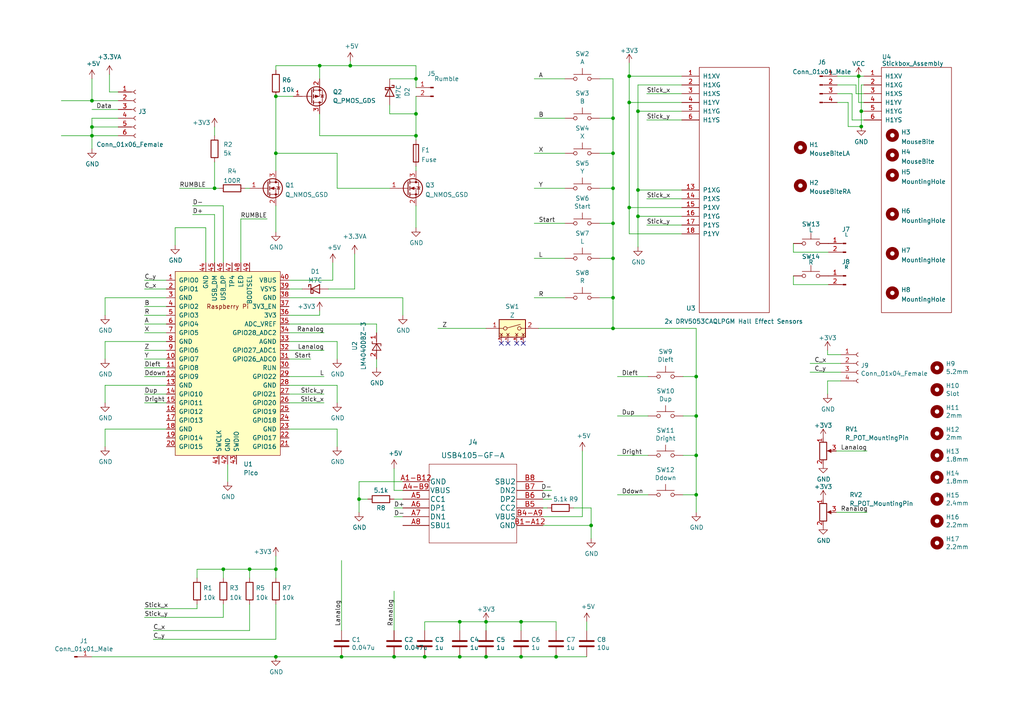
<source format=kicad_sch>
(kicad_sch (version 20211123) (generator eeschema)
  (paper "A4")
  (lib_symbols
    (symbol "2022-05-05_07-14-33:USB4105-GF-A" (pin_names (offset 0.254))
      (property "Reference" "J" (at 20.32 10.16 0))
      (property "Value" "USB4105-GF-A" (at 20.32 7.62 0))
      (symbol "USB4105-GF-A_1_1"
        (pin power_in line (at 0 0 0) (length 7.62) (name "GND") (number "A1-B12"))
        (pin power_in line (at 0 -2.54 0) (length 7.62) (name "VBUS") (number "A4-B9"))
        (pin bidirectional line (at 0 -5.08 0) (length 7.62) (name "CC1") (number "A5"))
        (pin bidirectional line (at 0 -7.62 0) (length 7.62) (name "DP1") (number "A6"))
        (pin bidirectional line (at 0 -10.16 0) (length 7.62) (name "DN1") (number "A7"))
        (pin bidirectional line (at 0 -12.7 0) (length 7.62) (name "SBU1") (number "A8"))
        (pin power_in line (at 40.64 -12.7 180) (length 7.62) (name "GND") (number "B1-A12"))
        (pin power_in line (at 40.64 -10.16 180) (length 7.62) (name "VBUS") (number "B4-A9"))
        (pin bidirectional line (at 40.64 -7.62 180) (length 7.62) (name "CC2") (number "B5"))
        (pin bidirectional line (at 40.64 -5.08 180) (length 7.62) (name "DP2") (number "B6"))
        (pin bidirectional line (at 40.64 -2.54 180) (length 7.62) (name "DN2") (number "B7"))
        (pin bidirectional line (at 40.64 0 180) (length 7.62) (name "SBU2") (number "B8"))
      )
    )
    (symbol "Connector:Conn_01x01_Male" (pin_names (offset 1.016) hide)
      (property "Reference" "J" (at 0 2.54 0))
      (property "Value" "Conn_01x01_Male" (at 0 -2.54 0))
      (symbol "Conn_01x01_Male_1_1"
        (pin passive line (at 5.08 0 180) (length 3.81) (name "Pin_1") (number "1"))
      )
    )
    (symbol "Connector:Conn_01x02_Male" (pin_names (offset 1.016) hide)
      (property "Reference" "J" (at 0 2.54 0))
      (property "Value" "Conn_01x02_Male" (at 0 -5.08 0))
      (symbol "Conn_01x02_Male_1_1"
        (pin passive line (at 5.08 0 180) (length 3.81) (name "Pin_1") (number "1"))
        (pin passive line (at 5.08 -2.54 180) (length 3.81) (name "Pin_2") (number "2"))
      )
    )
    (symbol "Connector:Conn_01x04_Female" (pin_names (offset 1.016) hide)
      (property "Reference" "J" (at 0 5.08 0))
      (property "Value" "Conn_01x04_Female" (at 0 -7.62 0))
      (symbol "Conn_01x04_Female_1_1"
        (pin passive line (at -5.08 2.54 0) (length 3.81) (name "Pin_1") (number "1"))
        (pin passive line (at -5.08 0 0) (length 3.81) (name "Pin_2") (number "2"))
        (pin passive line (at -5.08 -2.54 0) (length 3.81) (name "Pin_3") (number "3"))
        (pin passive line (at -5.08 -5.08 0) (length 3.81) (name "Pin_4") (number "4"))
      )
    )
    (symbol "Connector:Conn_01x04_Male" (pin_names (offset 1.016) hide)
      (property "Reference" "J" (at 0 5.08 0))
      (property "Value" "Conn_01x04_Male" (at 0 -7.62 0))
      (symbol "Conn_01x04_Male_1_1"
        (pin passive line (at 5.08 2.54 180) (length 3.81) (name "Pin_1") (number "1"))
        (pin passive line (at 5.08 0 180) (length 3.81) (name "Pin_2") (number "2"))
        (pin passive line (at 5.08 -2.54 180) (length 3.81) (name "Pin_3") (number "3"))
        (pin passive line (at 5.08 -5.08 180) (length 3.81) (name "Pin_4") (number "4"))
      )
    )
    (symbol "Connector:Conn_01x06_Female" (pin_names (offset 1.016) hide)
      (property "Reference" "J" (at 0 7.62 0))
      (property "Value" "Conn_01x06_Female" (at 0 -10.16 0))
      (symbol "Conn_01x06_Female_1_1"
        (pin passive line (at -5.08 5.08 0) (length 3.81) (name "Pin_1") (number "1"))
        (pin passive line (at -5.08 2.54 0) (length 3.81) (name "Pin_2") (number "2"))
        (pin passive line (at -5.08 0 0) (length 3.81) (name "Pin_3") (number "3"))
        (pin passive line (at -5.08 -2.54 0) (length 3.81) (name "Pin_4") (number "4"))
        (pin passive line (at -5.08 -5.08 0) (length 3.81) (name "Pin_5") (number "5"))
        (pin passive line (at -5.08 -7.62 0) (length 3.81) (name "Pin_6") (number "6"))
      )
    )
    (symbol "Device:C" (pin_numbers hide) (pin_names (offset 0.254))
      (property "Reference" "C" (at 0.635 2.54 0))
      (property "Value" "C" (at 0.635 -2.54 0))
      (symbol "C_1_1"
        (pin passive line (at 0 3.81 270) (length 2.794) (name "~") (number "1"))
        (pin passive line (at 0 -3.81 90) (length 2.794) (name "~") (number "2"))
      )
    )
    (symbol "Device:D_Schottky" (pin_numbers hide) (pin_names (offset 1.016) hide)
      (property "Reference" "D" (at 0 2.54 0))
      (property "Value" "D_Schottky" (at 0 -2.54 0))
      (symbol "D_Schottky_1_1"
        (pin passive line (at -3.81 0 0) (length 2.54) (name "K") (number "1"))
        (pin passive line (at 3.81 0 180) (length 2.54) (name "A") (number "2"))
      )
    )
    (symbol "Device:Fuse" (pin_numbers hide) (pin_names (offset 0))
      (property "Reference" "F" (at 2.032 0 90))
      (property "Value" "Fuse" (at -1.905 0 90))
      (symbol "Fuse_1_1"
        (pin passive line (at 0 3.81 270) (length 1.27) (name "~") (number "1"))
        (pin passive line (at 0 -3.81 90) (length 1.27) (name "~") (number "2"))
      )
    )
    (symbol "Device:Q_NMOS_GSD" (pin_names (offset 0) hide)
      (property "Reference" "Q" (at 5.08 1.27 0))
      (property "Value" "Q_NMOS_GSD" (at 5.08 -1.27 0))
      (symbol "Q_NMOS_GSD_1_1"
        (pin input line (at -5.08 0 0) (length 2.54) (name "G") (number "1"))
        (pin passive line (at 2.54 -5.08 90) (length 2.54) (name "S") (number "2"))
        (pin passive line (at 2.54 5.08 270) (length 2.54) (name "D") (number "3"))
      )
    )
    (symbol "Device:Q_PMOS_GSD" (pin_names (offset 0) hide)
      (property "Reference" "Q" (at 5.08 1.27 0))
      (property "Value" "Q_PMOS_GSD" (at 5.08 -1.27 0))
      (symbol "Q_PMOS_GSD_1_1"
        (pin input line (at -5.08 0 0) (length 2.54) (name "G") (number "1"))
        (pin passive line (at 2.54 -5.08 90) (length 2.54) (name "S") (number "2"))
        (pin passive line (at 2.54 5.08 270) (length 2.54) (name "D") (number "3"))
      )
    )
    (symbol "Device:R" (pin_numbers hide) (pin_names (offset 0))
      (property "Reference" "R" (at 2.032 0 90))
      (property "Value" "R" (at 0 0 90))
      (symbol "R_1_1"
        (pin passive line (at 0 3.81 270) (length 1.27) (name "~") (number "1"))
        (pin passive line (at 0 -3.81 90) (length 1.27) (name "~") (number "2"))
      )
    )
    (symbol "GCC:+3.3V" (power) (pin_names (offset 0))
      (property "Value" "+3.3V" (at 0 3.556 0))
      (symbol "+3.3V_1_1"
        (pin power_in line (at 0 0 90) (length 0) hide (name "+3V3") (number "1"))
      )
    )
    (symbol "GCC:Gamecube-MB-rescue_Slider_GCC-Gamecube_MB" (pin_names (offset 1.016) hide)
      (property "Reference" "RV" (at -8.255 0 90))
      (property "Value" "Gamecube-MB-rescue_Slider_GCC-Gamecube_MB" (at -6.35 0 90))
      (symbol "Gamecube-MB-rescue_Slider_GCC-Gamecube_MB_1_1"
        (pin passive line (at 0 3.81 270) (length 1.27) (name "V+") (number "1"))
        (pin passive line (at 0 -3.81 90) (length 1.27) (name "GND") (number "2"))
        (pin passive line (at 3.81 0 180) (length 1.27) (name "Signal") (number "3"))
      )
    )
    (symbol "GCC:Gamecube-MB-rescue_Stickbox_Assembly-Gamecube_MB" (pin_names (offset 1.016))
      (property "Reference" "U" (at 12.7 -41.91 90))
      (property "Value" "Gamecube-MB-rescue_Stickbox_Assembly-Gamecube_MB" (at 8.89 -35.56 90))
      (symbol "Gamecube-MB-rescue_Stickbox_Assembly-Gamecube_MB_0_0"
        (pin unspecified line (at -5.08 -2.54 0) (length 5.08) (name "H1XV") (number "1"))
        (pin unspecified line (at -5.08 -35.56 0) (length 5.08) (name "P1XG") (number "13"))
        (pin unspecified line (at -5.08 -38.1 0) (length 5.08) (name "P1XS") (number "14"))
        (pin unspecified line (at -5.08 -40.64 0) (length 5.08) (name "P1XV") (number "15"))
        (pin unspecified line (at -5.08 -43.18 0) (length 5.08) (name "P1YG") (number "16"))
        (pin unspecified line (at -5.08 -45.72 0) (length 5.08) (name "P1YS") (number "17"))
        (pin unspecified line (at -5.08 -48.26 0) (length 5.08) (name "P1YV") (number "18"))
        (pin unspecified line (at -5.08 -5.08 0) (length 5.08) (name "H1XG") (number "2"))
        (pin unspecified line (at -5.08 -7.62 0) (length 5.08) (name "H1XS") (number "3"))
        (pin unspecified line (at -5.08 -10.16 0) (length 5.08) (name "H1YV") (number "4"))
        (pin unspecified line (at -5.08 -12.7 0) (length 5.08) (name "H1YG") (number "5"))
        (pin unspecified line (at -5.08 -15.24 0) (length 5.08) (name "H1YS") (number "6"))
      )
    )
    (symbol "Gamecube MB:Stickbox_Assembly_Hall_Only" (pin_names (offset 1.016))
      (property "Reference" "U2" (at -3.81 -69.85 0))
      (property "Value" "Stickbox_Assembly_Hall_Only" (at -10.16 -73.66 0))
      (symbol "Stickbox_Assembly_Hall_Only_0_0"
        (pin unspecified line (at -5.08 -2.54 0) (length 5.08) (name "H1XV") (number "1"))
        (pin unspecified line (at -5.08 -5.08 0) (length 5.08) (name "H1XG") (number "2"))
        (pin unspecified line (at -5.08 -7.62 0) (length 5.08) (name "H1XS") (number "3"))
        (pin unspecified line (at -5.08 -10.16 0) (length 5.08) (name "H1YV") (number "4"))
        (pin unspecified line (at -5.08 -12.7 0) (length 5.08) (name "H1YG") (number "5"))
        (pin unspecified line (at -5.08 -15.24 0) (length 5.08) (name "H1YS") (number "6"))
      )
    )
    (symbol "MCU_RaspberryPi_and_Boards:Pico" (pin_names (offset 1.016))
      (property "Reference" "U" (at -13.97 27.94 0))
      (property "Value" "Pico" (at 0 13.97 0))
      (symbol "Pico_0_0"
        (text "Raspberry Pi" (at 0 16.51 0) (effects (font (size 1.27 1.27))))
      )
      (symbol "Pico_1_1"
        (pin bidirectional line (at -17.78 24.13 0) (length 2.54) (name "GPIO0") (number "1"))
        (pin bidirectional line (at -17.78 1.27 0) (length 2.54) (name "GPIO7") (number "10"))
        (pin bidirectional line (at -17.78 -1.27 0) (length 2.54) (name "GPIO8") (number "11"))
        (pin bidirectional line (at -17.78 -3.81 0) (length 2.54) (name "GPIO9") (number "12"))
        (pin power_in line (at -17.78 -6.35 0) (length 2.54) (name "GND") (number "13"))
        (pin bidirectional line (at -17.78 -8.89 0) (length 2.54) (name "GPIO10") (number "14"))
        (pin bidirectional line (at -17.78 -11.43 0) (length 2.54) (name "GPIO11") (number "15"))
        (pin bidirectional line (at -17.78 -13.97 0) (length 2.54) (name "GPIO12") (number "16"))
        (pin bidirectional line (at -17.78 -16.51 0) (length 2.54) (name "GPIO13") (number "17"))
        (pin power_in line (at -17.78 -19.05 0) (length 2.54) (name "GND") (number "18"))
        (pin bidirectional line (at -17.78 -21.59 0) (length 2.54) (name "GPIO14") (number "19"))
        (pin bidirectional line (at -17.78 21.59 0) (length 2.54) (name "GPIO1") (number "2"))
        (pin bidirectional line (at -17.78 -24.13 0) (length 2.54) (name "GPIO15") (number "20"))
        (pin bidirectional line (at 17.78 -24.13 180) (length 2.54) (name "GPIO16") (number "21"))
        (pin bidirectional line (at 17.78 -21.59 180) (length 2.54) (name "GPIO17") (number "22"))
        (pin power_in line (at 17.78 -19.05 180) (length 2.54) (name "GND") (number "23"))
        (pin bidirectional line (at 17.78 -16.51 180) (length 2.54) (name "GPIO18") (number "24"))
        (pin bidirectional line (at 17.78 -13.97 180) (length 2.54) (name "GPIO19") (number "25"))
        (pin bidirectional line (at 17.78 -11.43 180) (length 2.54) (name "GPIO20") (number "26"))
        (pin bidirectional line (at 17.78 -8.89 180) (length 2.54) (name "GPIO21") (number "27"))
        (pin power_in line (at 17.78 -6.35 180) (length 2.54) (name "GND") (number "28"))
        (pin bidirectional line (at 17.78 -3.81 180) (length 2.54) (name "GPIO22") (number "29"))
        (pin power_in line (at -17.78 19.05 0) (length 2.54) (name "GND") (number "3"))
        (pin input line (at 17.78 -1.27 180) (length 2.54) (name "RUN") (number "30"))
        (pin bidirectional line (at 17.78 1.27 180) (length 2.54) (name "GPIO26_ADC0") (number "31"))
        (pin bidirectional line (at 17.78 3.81 180) (length 2.54) (name "GPIO27_ADC1") (number "32"))
        (pin power_in line (at 17.78 6.35 180) (length 2.54) (name "AGND") (number "33"))
        (pin bidirectional line (at 17.78 8.89 180) (length 2.54) (name "GPIO28_ADC2") (number "34"))
        (pin unspecified line (at 17.78 11.43 180) (length 2.54) (name "ADC_VREF") (number "35"))
        (pin unspecified line (at 17.78 13.97 180) (length 2.54) (name "3V3") (number "36"))
        (pin input line (at 17.78 16.51 180) (length 2.54) (name "3V3_EN") (number "37"))
        (pin bidirectional line (at 17.78 19.05 180) (length 2.54) (name "GND") (number "38"))
        (pin unspecified line (at 17.78 21.59 180) (length 2.54) (name "VSYS") (number "39"))
        (pin bidirectional line (at -17.78 16.51 0) (length 2.54) (name "GPIO2") (number "4"))
        (pin unspecified line (at 17.78 24.13 180) (length 2.54) (name "VBUS") (number "40"))
        (pin input line (at -2.54 -29.21 90) (length 2.54) (name "SWCLK") (number "41"))
        (pin power_in line (at 0 -29.21 90) (length 2.54) (name "GND") (number "42"))
        (pin bidirectional line (at 2.54 -29.21 90) (length 2.54) (name "SWDIO") (number "43"))
        (pin power_in line (at -6.35 29.21 270) (length 2.54) (name "GND") (number "44"))
        (pin bidirectional line (at -3.81 29.21 270) (length 2.54) (name "USB_DM") (number "45"))
        (pin bidirectional line (at -1.27 29.21 270) (length 2.54) (name "USB_DP") (number "46"))
        (pin unspecified line (at 1.27 29.21 270) (length 2.54) (name "TP4") (number "47"))
        (pin output line (at 3.81 29.21 270) (length 2.54) (name "LED") (number "48"))
        (pin input line (at 6.35 29.21 270) (length 2.54) (name "BOOTSEL") (number "49"))
        (pin bidirectional line (at -17.78 13.97 0) (length 2.54) (name "GPIO3") (number "5"))
        (pin bidirectional line (at -17.78 11.43 0) (length 2.54) (name "GPIO4") (number "6"))
        (pin bidirectional line (at -17.78 8.89 0) (length 2.54) (name "GPIO5") (number "7"))
        (pin power_in line (at -17.78 6.35 0) (length 2.54) (name "GND") (number "8"))
        (pin bidirectional line (at -17.78 3.81 0) (length 2.54) (name "GPIO6") (number "9"))
      )
    )
    (symbol "Mechanical:MountingHole" (pin_names (offset 1.016))
      (property "Reference" "H" (at 0 5.08 0))
      (property "Value" "MountingHole" (at 0 3.175 0))
    )
    (symbol "PhobGCC_Symbol_Library:SW_DIP_x01" (pin_names (offset 0) hide)
      (property "Reference" "SW" (at 0 3.81 0))
      (property "Value" "SW_DIP_x01" (at -0.127 -5.461 0))
      (symbol "SW_DIP_x01_1_1"
        (pin passive line (at -7.62 0 0) (length 5.08) (name "~") (number "1"))
        (pin passive line (at 7.62 0 180) (length 5.08) (name "~") (number "2"))
        (pin no_connect line (at -3.175 -1.778 270) (length 2.54) (name "") (number "3"))
        (pin no_connect line (at -1.27 -1.778 270) (length 2.54) (name "") (number "4"))
        (pin no_connect line (at 1.27 -1.778 270) (length 2.54) (name "") (number "5"))
        (pin no_connect line (at 3.175 -1.778 270) (length 2.54) (name "") (number "6"))
      )
    )
    (symbol "Reference_Voltage:LM4040DBZ-3" (pin_names (offset 0.0254) hide)
      (property "Reference" "U" (at 0 2.54 0))
      (property "Value" "LM4040DBZ-3" (at 0 -3.175 0))
      (symbol "LM4040DBZ-3_1_1"
        (pin passive line (at 3.81 0 180) (length 2.54) (name "K") (number "1"))
        (pin passive line (at -3.81 0 0) (length 2.54) (name "A") (number "2"))
      )
    )
    (symbol "SW_Push_1" (pin_numbers hide) (pin_names (offset 1.016) hide)
      (property "Reference" "SW13" (at 0 5.588 0))
      (property "Value" "SW_Push_1" (at 0 3.937 0))
      (symbol "SW_Push_1_0_1"
        (pin passive line (at 5.08 0 180) (length 2.54) (name "1") (number "1"))
        (pin passive line (at -5.08 0 0) (length 2.54) (name "2") (number "2"))
      )
    )
    (symbol "SW_Push_2" (pin_numbers hide) (pin_names (offset 1.016) hide)
      (property "Reference" "SW14" (at 0 5.588 0))
      (property "Value" "SW_Push_2" (at 0 3.937 0))
      (symbol "SW_Push_2_0_1"
        (pin passive line (at 5.08 0 180) (length 2.54) (name "1") (number "1"))
        (pin passive line (at -5.08 0 0) (length 2.54) (name "2") (number "2"))
      )
    )
    (symbol "Switch:SW_Push" (pin_numbers hide) (pin_names (offset 1.016) hide)
      (property "Reference" "SW" (at 1.27 2.54 0))
      (property "Value" "SW_Push" (at 0 -1.524 0))
      (symbol "SW_Push_0_1"
        (pin passive line (at -5.08 0 0) (length 2.54) (name "1") (number "1"))
        (pin passive line (at 5.08 0 180) (length 2.54) (name "2") (number "2"))
      )
    )
    (symbol "power:+3.3VA" (power) (pin_names (offset 0))
      (property "Value" "+3.3VA" (at 0 3.556 0))
      (symbol "+3.3VA_1_1"
        (pin power_in line (at 0 0 90) (length 0) hide (name "+3.3VA") (number "1"))
      )
    )
    (symbol "power:+5V" (power) (pin_names (offset 0))
      (property "Value" "+5V" (at 0 3.556 0))
      (symbol "+5V_1_1"
        (pin power_in line (at 0 0 90) (length 0) hide (name "+5V") (number "1"))
      )
    )
    (symbol "power:GND" (power) (pin_names (offset 0))
      (property "Value" "GND" (at 0 -3.81 0))
      (symbol "GND_1_1"
        (pin power_in line (at 0 0 270) (length 0) hide (name "GND") (number "1"))
      )
    )
    (symbol "power:VCC" (power) (pin_names (offset 0))
      (property "Value" "VCC" (at 0 3.81 0))
      (symbol "VCC_1_1"
        (pin power_in line (at 0 0 90) (length 0) hide (name "VCC") (number "1"))
      )
    )
  )
  (junction (at 151.13 180.34))
  (junction (at 151.13 190.5))
  (junction (at 120.65 39.37))
  (junction (at 133.35 190.5))
  (junction (at 177.8 44.45))
  (junction (at 177.8 54.61))
  (junction (at 72.39 165.1))
  (junction (at 182.499 22.098))
  (junction (at 123.19 190.5))
  (junction (at 201.93 109.22))
  (junction (at 140.97 180.34))
  (junction (at 249.809 36.703))
  (junction (at 120.65 22.86))
  (junction (at 249.047 22.098))
  (junction (at 201.93 143.51))
  (junction (at 120.65 33.02))
  (junction (at 185.039 55.118))
  (junction (at 140.97 190.5))
  (junction (at 62.23 54.61))
  (junction (at 26.67 36.83))
  (junction (at 92.71 19.05))
  (junction (at 182.499 29.718))
  (junction (at 201.93 132.08))
  (junction (at 64.77 165.1))
  (junction (at 133.35 180.34))
  (junction (at 101.6 19.05))
  (junction (at 80.01 190.5))
  (junction (at 185.039 32.258))
  (junction (at 104.14 144.78))
  (junction (at 177.8 34.29))
  (junction (at 171.45 152.4))
  (junction (at 99.06 190.5))
  (junction (at 249.809 32.258))
  (junction (at 177.8 86.36))
  (junction (at 201.93 120.65))
  (junction (at 161.29 190.5))
  (junction (at 114.3 190.5))
  (junction (at 80.01 44.45))
  (junction (at 177.8 74.93))
  (junction (at 80.01 165.1))
  (junction (at 26.67 39.37))
  (junction (at 80.01 27.94))
  (junction (at 182.499 60.198))
  (junction (at 26.67 29.21))
  (junction (at 177.8 64.77))
  (junction (at 177.8 95.25))
  (junction (at 185.039 62.738))
  (no_connect (at 151.765 99.568))
  (no_connect (at 145.415 99.568))
  (no_connect (at 147.32 99.568))
  (no_connect (at 149.86 99.568))
  (wire (pts (xy 120.65 22.86) (xy 120.65 19.05)))
  (wire (pts (xy 173.99 54.61) (xy 177.8 54.61)))
  (wire (pts (xy 123.19 182.88) (xy 123.19 180.34)))
  (wire (pts (xy 97.79 111.76) (xy 83.82 111.76)))
  (wire (pts (xy 201.93 143.51) (xy 201.93 148.59)))
  (wire (pts (xy 201.93 120.65) (xy 201.93 132.08)))
  (wire (pts (xy 127 95.25) (xy 140.97 95.25)))
  (wire (pts (xy 59.69 66.04) (xy 59.69 76.2)))
  (wire (pts (xy 30.48 99.06) (xy 48.26 99.06)))
  (wire (pts (xy 80.01 161.29) (xy 80.01 165.1)))
  (wire (pts (xy 83.82 101.6) (xy 93.98 101.6)))
  (wire (pts (xy 83.82 91.44) (xy 92.71 91.44)))
  (wire (pts (xy 156.21 95.25) (xy 177.8 95.25)))
  (wire (pts (xy 247.142 34.798) (xy 247.142 27.178)))
  (wire (pts (xy 133.35 180.34) (xy 140.97 180.34)))
  (wire (pts (xy 83.82 93.98) (xy 109.22 93.98)))
  (wire (pts (xy 120.65 39.37) (xy 120.65 40.64)))
  (wire (pts (xy 41.91 176.53) (xy 57.15 176.53)))
  (wire (pts (xy 243.84 105.41) (xy 234.95 105.41)))
  (wire (pts (xy 97.79 124.46) (xy 83.82 124.46)))
  (wire (pts (xy 230.124 73.152) (xy 240.284 73.152)))
  (wire (pts (xy 31.75 21.59) (xy 31.75 26.67)))
  (wire (pts (xy 114.3 182.88) (xy 114.3 171.45)))
  (wire (pts (xy 243.84 107.95) (xy 234.95 107.95)))
  (wire (pts (xy 64.77 76.2) (xy 64.77 59.69)))
  (wire (pts (xy 230.124 80.01) (xy 230.124 82.55)))
  (wire (pts (xy 187.96 120.65) (xy 179.07 120.65)))
  (wire (pts (xy 177.8 54.61) (xy 177.8 44.45)))
  (wire (pts (xy 66.04 134.62) (xy 66.04 139.7)))
  (wire (pts (xy 80.01 27.94) (xy 80.01 44.45)))
  (wire (pts (xy 102.87 83.82) (xy 102.87 73.66)))
  (wire (pts (xy 185.039 62.738) (xy 197.739 62.738)))
  (wire (pts (xy 151.13 182.88) (xy 151.13 180.34)))
  (wire (pts (xy 250.571 34.798) (xy 247.142 34.798)))
  (wire (pts (xy 62.23 36.83) (xy 62.23 39.37)))
  (wire (pts (xy 197.739 22.098) (xy 182.499 22.098)))
  (wire (pts (xy 48.26 96.52) (xy 41.91 96.52)))
  (wire (pts (xy 242.824 29.718) (xy 245.999 29.718)))
  (wire (pts (xy 114.3 144.78) (xy 116.84 144.78)))
  (wire (pts (xy 249.047 29.718) (xy 249.047 22.098)))
  (wire (pts (xy 80.01 19.05) (xy 80.01 20.32)))
  (wire (pts (xy 44.45 182.88) (xy 72.39 182.88)))
  (wire (pts (xy 34.29 36.83) (xy 26.67 36.83)))
  (wire (pts (xy 249.809 24.638) (xy 249.809 32.258)))
  (wire (pts (xy 97.79 124.46) (xy 97.79 129.54)))
  (wire (pts (xy 97.79 99.06) (xy 97.79 104.14)))
  (wire (pts (xy 92.71 22.86) (xy 92.71 19.05)))
  (wire (pts (xy 92.71 90.17) (xy 92.71 91.44)))
  (wire (pts (xy 83.82 109.22) (xy 93.98 109.22)))
  (wire (pts (xy 201.93 95.25) (xy 177.8 95.25)))
  (wire (pts (xy 173.99 64.77) (xy 177.8 64.77)))
  (wire (pts (xy 157.48 152.4) (xy 171.45 152.4)))
  (wire (pts (xy 171.45 156.21) (xy 171.45 152.4)))
  (wire (pts (xy 34.29 31.75) (xy 26.67 31.75)))
  (wire (pts (xy 83.82 116.84) (xy 93.98 116.84)))
  (wire (pts (xy 140.97 190.5) (xy 133.35 190.5)))
  (wire (pts (xy 187.96 143.51) (xy 179.07 143.51)))
  (wire (pts (xy 97.79 44.45) (xy 80.01 44.45)))
  (wire (pts (xy 62.23 76.2) (xy 62.23 62.23)))
  (wire (pts (xy 120.65 27.94) (xy 120.65 33.02)))
  (wire (pts (xy 30.48 124.46) (xy 30.48 129.54)))
  (wire (pts (xy 109.22 93.98) (xy 109.22 96.52)))
  (wire (pts (xy 157.48 147.32) (xy 158.75 147.32)))
  (wire (pts (xy 113.03 22.86) (xy 120.65 22.86)))
  (wire (pts (xy 168.91 130.81) (xy 168.91 149.86)))
  (wire (pts (xy 80.01 27.94) (xy 85.09 27.94)))
  (wire (pts (xy 249.809 32.258) (xy 249.809 36.703)))
  (wire (pts (xy 187.579 65.278) (xy 197.739 65.278)))
  (wire (pts (xy 116.84 139.7) (xy 104.14 139.7)))
  (wire (pts (xy 163.83 86.36) (xy 154.94 86.36)))
  (wire (pts (xy 92.71 19.05) (xy 101.6 19.05)))
  (wire (pts (xy 62.23 54.61) (xy 63.5 54.61)))
  (wire (pts (xy 64.77 165.1) (xy 72.39 165.1)))
  (wire (pts (xy 30.48 124.46) (xy 48.26 124.46)))
  (wire (pts (xy 83.82 83.82) (xy 87.63 83.82)))
  (wire (pts (xy 120.65 33.02) (xy 113.03 33.02)))
  (wire (pts (xy 249.047 22.098) (xy 250.571 22.098)))
  (wire (pts (xy 34.29 39.37) (xy 26.67 39.37)))
  (wire (pts (xy 185.039 55.118) (xy 197.739 55.118)))
  (wire (pts (xy 113.03 33.02) (xy 113.03 30.48)))
  (wire (pts (xy 182.499 67.818) (xy 182.499 60.198)))
  (wire (pts (xy 182.499 60.198) (xy 197.739 60.198)))
  (wire (pts (xy 243.84 110.49) (xy 240.03 110.49)))
  (wire (pts (xy 140.97 190.5) (xy 151.13 190.5)))
  (wire (pts (xy 92.71 33.02) (xy 92.71 39.37)))
  (wire (pts (xy 120.65 33.02) (xy 120.65 39.37)))
  (wire (pts (xy 171.45 147.32) (xy 171.45 152.4)))
  (wire (pts (xy 185.039 32.258) (xy 185.039 24.638)))
  (wire (pts (xy 177.8 86.36) (xy 177.8 95.25)))
  (wire (pts (xy 133.35 180.34) (xy 133.35 182.88)))
  (wire (pts (xy 201.93 132.08) (xy 201.93 143.51)))
  (wire (pts (xy 177.8 44.45) (xy 177.8 34.29)))
  (wire (pts (xy 187.96 132.08) (xy 179.07 132.08)))
  (wire (pts (xy 114.3 147.32) (xy 116.84 147.32)))
  (wire (pts (xy 247.142 27.178) (xy 242.824 27.178)))
  (wire (pts (xy 30.48 111.76) (xy 30.48 116.84)))
  (wire (pts (xy 104.14 144.78) (xy 104.14 148.59)))
  (wire (pts (xy 177.8 86.36) (xy 177.8 74.93)))
  (wire (pts (xy 72.39 165.1) (xy 80.01 165.1)))
  (wire (pts (xy 187.579 57.658) (xy 197.739 57.658)))
  (wire (pts (xy 30.48 86.36) (xy 48.26 86.36)))
  (wire (pts (xy 163.83 34.29) (xy 154.94 34.29)))
  (wire (pts (xy 80.01 44.45) (xy 80.01 49.53)))
  (wire (pts (xy 182.499 22.098) (xy 182.499 29.718)))
  (wire (pts (xy 243.84 102.87) (xy 240.03 102.87)))
  (wire (pts (xy 80.01 59.69) (xy 80.01 67.31)))
  (wire (pts (xy 182.499 29.718) (xy 182.499 60.198)))
  (wire (pts (xy 163.83 54.61) (xy 154.94 54.61)))
  (wire (pts (xy 170.18 182.88) (xy 170.18 180.34)))
  (wire (pts (xy 185.039 32.258) (xy 197.739 32.258)))
  (wire (pts (xy 34.29 29.21) (xy 26.67 29.21)))
  (wire (pts (xy 97.79 111.76) (xy 97.79 116.84)))
  (wire (pts (xy 163.83 74.93) (xy 154.94 74.93)))
  (wire (pts (xy 57.15 165.1) (xy 64.77 165.1)))
  (wire (pts (xy 83.82 81.28) (xy 96.52 81.28)))
  (wire (pts (xy 48.26 91.44) (xy 41.91 91.44)))
  (wire (pts (xy 140.97 180.34) (xy 140.97 182.88)))
  (wire (pts (xy 104.14 144.78) (xy 106.68 144.78)))
  (wire (pts (xy 52.07 54.61) (xy 62.23 54.61)))
  (wire (pts (xy 57.15 176.53) (xy 57.15 175.26)))
  (wire (pts (xy 157.48 142.24) (xy 160.02 142.24)))
  (wire (pts (xy 48.26 101.6) (xy 41.91 101.6)))
  (wire (pts (xy 177.8 74.93) (xy 177.8 64.77)))
  (wire (pts (xy 198.12 143.51) (xy 201.93 143.51)))
  (wire (pts (xy 72.39 182.88) (xy 72.39 175.26)))
  (wire (pts (xy 166.37 147.32) (xy 171.45 147.32)))
  (wire (pts (xy 198.12 109.22) (xy 201.93 109.22)))
  (wire (pts (xy 151.13 190.5) (xy 161.29 190.5)))
  (wire (pts (xy 116.84 86.36) (xy 116.84 91.44)))
  (wire (pts (xy 99.06 162.56) (xy 99.06 182.88)))
  (wire (pts (xy 245.999 29.718) (xy 245.999 36.703)))
  (wire (pts (xy 96.52 76.2) (xy 96.52 81.28)))
  (wire (pts (xy 161.29 180.34) (xy 161.29 182.88)))
  (wire (pts (xy 163.83 22.86) (xy 154.94 22.86)))
  (wire (pts (xy 182.499 67.818) (xy 197.739 67.818)))
  (wire (pts (xy 250.571 24.638) (xy 249.809 24.638)))
  (wire (pts (xy 50.8 66.04) (xy 59.69 66.04)))
  (wire (pts (xy 114.3 190.5) (xy 123.19 190.5)))
  (wire (pts (xy 95.25 83.82) (xy 102.87 83.82)))
  (wire (pts (xy 198.12 132.08) (xy 201.93 132.08)))
  (wire (pts (xy 250.571 29.718) (xy 249.047 29.718)))
  (wire (pts (xy 116.84 142.24) (xy 114.3 142.24)))
  (wire (pts (xy 26.67 190.5) (xy 80.01 190.5)))
  (wire (pts (xy 109.22 104.14) (xy 109.22 106.68)))
  (wire (pts (xy 97.79 54.61) (xy 97.79 44.45)))
  (wire (pts (xy 80.01 165.1) (xy 80.01 167.64)))
  (wire (pts (xy 177.8 22.86) (xy 177.8 34.29)))
  (wire (pts (xy 114.3 149.86) (xy 116.84 149.86)))
  (wire (pts (xy 177.8 64.77) (xy 177.8 54.61)))
  (wire (pts (xy 185.039 62.738) (xy 185.039 71.628)))
  (wire (pts (xy 97.79 99.06) (xy 83.82 99.06)))
  (wire (pts (xy 30.48 86.36) (xy 30.48 91.44)))
  (wire (pts (xy 41.91 179.07) (xy 64.77 179.07)))
  (wire (pts (xy 83.82 104.14) (xy 90.17 104.14)))
  (wire (pts (xy 197.739 29.718) (xy 182.499 29.718)))
  (wire (pts (xy 187.579 34.798) (xy 197.739 34.798)))
  (wire (pts (xy 64.77 179.07) (xy 64.77 175.26)))
  (wire (pts (xy 123.19 180.34) (xy 133.35 180.34)))
  (wire (pts (xy 157.48 144.78) (xy 160.02 144.78)))
  (wire (pts (xy 30.48 99.06) (xy 30.48 104.14)))
  (wire (pts (xy 104.14 139.7) (xy 104.14 144.78)))
  (wire (pts (xy 83.82 114.3) (xy 93.98 114.3)))
  (wire (pts (xy 230.124 82.55) (xy 240.284 82.55)))
  (wire (pts (xy 80.01 185.42) (xy 80.01 175.26)))
  (wire (pts (xy 161.29 190.5) (xy 170.18 190.5)))
  (wire (pts (xy 249.809 32.258) (xy 250.571 32.258)))
  (wire (pts (xy 48.26 109.22) (xy 41.91 109.22)))
  (wire (pts (xy 44.45 185.42) (xy 80.01 185.42)))
  (wire (pts (xy 17.78 29.21) (xy 26.67 29.21)))
  (wire (pts (xy 69.85 63.5) (xy 77.47 63.5)))
  (wire (pts (xy 57.15 167.64) (xy 57.15 165.1)))
  (wire (pts (xy 240.03 110.49) (xy 240.03 114.3)))
  (wire (pts (xy 83.82 96.52) (xy 93.98 96.52)))
  (wire (pts (xy 55.88 62.23) (xy 62.23 62.23)))
  (wire (pts (xy 48.26 88.9) (xy 41.91 88.9)))
  (wire (pts (xy 50.8 66.04) (xy 50.8 71.12)))
  (wire (pts (xy 41.91 81.28) (xy 48.26 81.28)))
  (wire (pts (xy 120.65 39.37) (xy 92.71 39.37)))
  (wire (pts (xy 173.99 86.36) (xy 177.8 86.36)))
  (wire (pts (xy 26.67 34.29) (xy 26.67 36.83)))
  (wire (pts (xy 41.91 83.82) (xy 48.26 83.82)))
  (wire (pts (xy 99.06 190.5) (xy 114.3 190.5)))
  (wire (pts (xy 161.29 180.34) (xy 151.13 180.34)))
  (wire (pts (xy 71.12 54.61) (xy 72.39 54.61)))
  (wire (pts (xy 72.39 165.1) (xy 72.39 167.64)))
  (wire (pts (xy 55.88 59.69) (xy 64.77 59.69)))
  (wire (pts (xy 80.01 190.5) (xy 99.06 190.5)))
  (wire (pts (xy 173.99 34.29) (xy 177.8 34.29)))
  (wire (pts (xy 242.57 130.81) (xy 251.46 130.81)))
  (wire (pts (xy 26.67 39.37) (xy 26.67 43.18)))
  (wire (pts (xy 198.12 120.65) (xy 201.93 120.65)))
  (wire (pts (xy 185.039 62.738) (xy 185.039 55.118)))
  (wire (pts (xy 64.77 165.1) (xy 64.77 167.64)))
  (wire (pts (xy 48.26 114.3) (xy 41.91 114.3)))
  (wire (pts (xy 230.124 70.612) (xy 230.124 73.152)))
  (wire (pts (xy 62.23 46.99) (xy 62.23 54.61)))
  (wire (pts (xy 114.3 135.89) (xy 114.3 142.24)))
  (wire (pts (xy 101.6 17.78) (xy 101.6 19.05)))
  (wire (pts (xy 120.65 25.4) (xy 120.65 22.86)))
  (wire (pts (xy 48.26 93.98) (xy 41.91 93.98)))
  (wire (pts (xy 201.93 109.22) (xy 201.93 120.65)))
  (wire (pts (xy 30.48 111.76) (xy 48.26 111.76)))
  (wire (pts (xy 120.65 59.69) (xy 120.65 66.04)))
  (wire (pts (xy 173.99 44.45) (xy 177.8 44.45)))
  (wire (pts (xy 163.83 44.45) (xy 154.94 44.45)))
  (wire (pts (xy 151.13 180.34) (xy 140.97 180.34)))
  (wire (pts (xy 48.26 104.14) (xy 41.91 104.14)))
  (wire (pts (xy 245.999 36.703) (xy 249.809 36.703)))
  (wire (pts (xy 242.824 22.098) (xy 249.047 22.098)))
  (wire (pts (xy 201.93 95.25) (xy 201.93 109.22)))
  (wire (pts (xy 97.79 54.61) (xy 113.03 54.61)))
  (wire (pts (xy 157.48 149.86) (xy 168.91 149.86)))
  (wire (pts (xy 116.84 86.36) (xy 83.82 86.36)))
  (wire (pts (xy 163.83 64.77) (xy 154.94 64.77)))
  (wire (pts (xy 173.99 22.86) (xy 177.8 22.86)))
  (wire (pts (xy 240.03 102.87) (xy 240.03 101.6)))
  (wire (pts (xy 26.67 36.83) (xy 26.67 39.37)))
  (wire (pts (xy 34.29 26.67) (xy 31.75 26.67)))
  (wire (pts (xy 248.285 27.178) (xy 250.571 27.178)))
  (wire (pts (xy 242.824 24.638) (xy 248.285 24.638)))
  (wire (pts (xy 242.57 148.59) (xy 251.46 148.59)))
  (wire (pts (xy 182.499 18.288) (xy 182.499 22.098)))
  (wire (pts (xy 185.039 24.638) (xy 197.739 24.638)))
  (wire (pts (xy 187.96 109.22) (xy 179.07 109.22)))
  (wire (pts (xy 26.67 29.21) (xy 26.67 22.86)))
  (wire (pts (xy 120.65 48.26) (xy 120.65 49.53)))
  (wire (pts (xy 48.26 116.84) (xy 41.91 116.84)))
  (wire (pts (xy 123.19 190.5) (xy 133.35 190.5)))
  (wire (pts (xy 92.71 19.05) (xy 80.01 19.05)))
  (wire (pts (xy 69.85 76.2) (xy 69.85 63.5)))
  (wire (pts (xy 34.29 34.29) (xy 26.67 34.29)))
  (wire (pts (xy 197.739 27.178) (xy 187.579 27.178)))
  (wire (pts (xy 185.039 32.258) (xy 185.039 55.118)))
  (wire (pts (xy 48.26 106.68) (xy 41.91 106.68)))
  (wire (pts (xy 17.78 39.37) (xy 26.67 39.37)))
  (wire (pts (xy 120.65 19.05) (xy 101.6 19.05)))
  (wire (pts (xy 248.285 24.638) (xy 248.285 27.178)))
  (wire (pts (xy 173.99 74.93) (xy 177.8 74.93)))
  (label "Dleft" (at 41.91 106.68 0))
  (label "Stick_y" (at 187.579 65.278 0))
  (label "A" (at 156.21 22.86 0))
  (label "D+" (at 55.88 62.23 0))
  (label "Ranalog" (at 114.3 181.61 90))
  (label "L" (at 156.21 74.93 0))
  (label "D+" (at 114.3 147.32 0))
  (label "Ranalog" (at 93.98 96.52 180))
  (label "C_x" (at 44.45 182.88 0))
  (label "C_x" (at 236.22 105.41 0))
  (label "Stick_x" (at 187.579 27.178 0))
  (label "Stick_x" (at 187.579 57.658 0))
  (label "Stick_x" (at 93.98 116.84 180))
  (label "Dleft" (at 180.34 109.22 0))
  (label "Data" (at 27.94 31.75 0))
  (label "Start" (at 90.17 104.14 180))
  (label "Stick_x" (at 41.91 176.53 0))
  (label "B" (at 156.21 34.29 0))
  (label "Z" (at 128.27 95.25 0))
  (label "B" (at 41.91 88.9 0))
  (label "D-" (at 160.02 142.24 180))
  (label "L" (at 93.98 109.22 180))
  (label "Ddown" (at 41.91 109.22 0))
  (label "Stick_y" (at 41.91 179.07 0))
  (label "Z" (at 41.91 101.6 0))
  (label "Dright" (at 180.34 132.08 0))
  (label "Ranalog" (at 243.84 148.59 0))
  (label "Start" (at 156.21 64.77 0))
  (label "D+" (at 160.02 144.78 180))
  (label "Ddown" (at 180.34 143.51 0))
  (label "Dup" (at 41.91 114.3 0))
  (label "R" (at 156.21 86.36 0))
  (label "R" (at 41.91 91.44 0))
  (label "Y" (at 41.91 104.14 0))
  (label "RUMBLE" (at 77.47 63.5 180))
  (label "C_y" (at 44.45 185.42 0))
  (label "C_x" (at 41.91 83.82 0))
  (label "C_y" (at 41.91 81.28 0))
  (label "Lanalog" (at 243.84 130.81 0))
  (label "Stick_y" (at 187.579 34.798 0))
  (label "X" (at 41.91 96.52 0))
  (label "Y" (at 156.21 54.61 0))
  (label "C_y" (at 236.22 107.95 0))
  (label "RUMBLE" (at 52.07 54.61 0))
  (label "Lanalog" (at 93.98 101.6 180))
  (label "Dright" (at 41.91 116.84 0))
  (label "Lanalog" (at 99.06 181.61 90))
  (label "Stick_y" (at 93.98 114.3 180))
  (label "X" (at 156.21 44.45 0))
  (label "D-" (at 114.3 149.86 0))
  (label "Dup" (at 180.34 120.65 0))
  (label "D-" (at 55.88 59.69 0))
  (label "A" (at 41.91 93.98 0))
  (symbol (lib_id "Switch:SW_Push") (at 168.91 22.86 0) (unit 1)
    (property "Reference" "SW2" (at 168.91 15.621 0))
    (property "Value" "A" (at 168.91 17.9324 0))
    (property "Footprint" "PhobGCC_Footprints:ABXY_Contact_Omron_Switch" (effects hide))
  )
  (symbol (lib_id "Switch:SW_Push") (at 168.91 34.29 0) (unit 1)
    (property "Reference" "SW3" (at 168.91 27.051 0))
    (property "Value" "B" (at 168.91 29.3624 0))
    (property "Footprint" "PhobGCC_Footprints:ABXY_Contact_Omron_Switch" (effects hide))
  )
  (symbol (lib_id "Switch:SW_Push") (at 168.91 44.45 0) (unit 1)
    (property "Reference" "SW4" (at 168.91 37.211 0))
    (property "Value" "X" (at 168.91 39.5224 0))
    (property "Footprint" "PhobGCC_Footprints:ABXY_Contact_Omron_Switch" (effects hide))
  )
  (symbol (lib_id "Switch:SW_Push") (at 168.91 54.61 0) (unit 1)
    (property "Reference" "SW5" (at 168.91 47.371 0))
    (property "Value" "Y" (at 168.91 49.6824 0))
    (property "Footprint" "PhobGCC_Footprints:ABXY_Contact_Omron_Switch" (effects hide))
  )
  (symbol (lib_id "Switch:SW_Push") (at 168.91 64.77 0) (unit 1)
    (property "Reference" "SW6" (at 168.91 57.531 0))
    (property "Value" "Start" (at 168.91 59.8424 0))
    (property "Footprint" "PhobGCC_Footprints:Start_Contact" (effects hide))
  )
  (symbol (lib_id "Switch:SW_Push") (at 168.91 74.93 0) (unit 1)
    (property "Reference" "SW7" (at 168.91 67.691 0))
    (property "Value" "L" (at 168.91 70.0024 0))
    (property "Footprint" "PhobGCC_Footprints:Pin_Header_Straight_1x02_Pitch2.54mm" (effects hide))
  )
  (symbol (lib_id "Switch:SW_Push") (at 168.91 86.36 0) (unit 1)
    (property "Reference" "SW8" (at 168.91 79.121 0))
    (property "Value" "R" (at 168.91 81.4324 0))
    (property "Footprint" "PhobGCC_Footprints:Pin_Header_Straight_1x02_Pitch2.54mm" (effects hide))
  )
  (symbol (lib_id "power:GND") (at 201.93 148.59 0) (unit 1)
    (property "Reference" "#PWR032" (effects hide))
    (property "Value" "GND" (at 202.057 152.9842 0))
  )
  (symbol (lib_id "power:+5V") (at 26.67 22.86 0) (unit 1)
    (property "Reference" "#PWR01" (effects hide))
    (property "Value" "+5V" (at 27.051 18.4658 0))
  )
  (symbol (lib_id "Connector:Conn_01x06_Female") (at 39.37 31.75 0) (unit 1)
    (property "Reference" "J3" (at 40.0812 32.3596 0) (effects (justify left)))
    (property "Value" "Conn_01x06_Female" (at 27.94 41.91 0) (effects (justify left)))
    (property "Footprint" "PhobGCC_Footprints:GCC_Header_Straight_1x06_Pitch2.00mm" (effects hide))
  )
  (symbol (lib_id "GCC:Gamecube-MB-rescue_Slider_GCC-Gamecube_MB") (at 238.76 130.81 0) (unit 1)
    (property "Reference" "RV1" (at 245.11 124.46 0) (effects (justify left)))
    (property "Value" "R_POT_MountingPin" (at 245.11 127 0) (effects (justify left)))
    (property "Footprint" "PhobGCC_Footprints:GCC_Slider" (effects hide))
  )
  (symbol (lib_id "Connector:Conn_01x04_Female") (at 248.92 105.41 0) (unit 1)
    (property "Reference" "J9" (at 249.6312 106.0196 0) (effects (justify left)))
    (property "Value" "Conn_01x04_Female" (at 249.6312 108.331 0) (effects (justify left)))
    (property "Footprint" "PhobGCC_Footprints:PinHeader_1x04_P2.00mm_Vertical" (effects hide))
  )
  (symbol (lib_id "GCC:Gamecube-MB-rescue_Slider_GCC-Gamecube_MB") (at 238.76 148.59 0) (unit 1)
    (property "Reference" "RV2" (at 246.38 143.51 0) (effects (justify left)))
    (property "Value" "R_POT_MountingPin" (at 246.38 146.05 0) (effects (justify left)))
    (property "Footprint" "PhobGCC_Footprints:GCC_Slider" (effects hide))
  )
  (symbol (lib_id "power:GND") (at 240.03 114.3 0) (unit 1)
    (property "Reference" "#PWR038" (effects hide))
    (property "Value" "GND" (at 240.157 118.6942 0))
  )
  (symbol (lib_id "Switch:SW_Push") (at 193.04 109.22 0) (unit 1)
    (property "Reference" "SW9" (at 193.04 101.981 0))
    (property "Value" "Dleft" (at 193.04 104.2924 0))
    (property "Footprint" "PhobGCC_Footprints:Dpad_Contact_TL3315NF_2" (effects hide))
  )
  (symbol (lib_id "power:GND") (at 238.76 134.62 0) (unit 1)
    (property "Reference" "#PWR034" (effects hide))
    (property "Value" "GND" (at 238.887 139.0142 0))
  )
  (symbol (lib_id "Switch:SW_Push") (at 193.04 120.65 0) (unit 1)
    (property "Reference" "SW10" (at 193.04 113.411 0))
    (property "Value" "Dup" (at 193.04 115.7224 0))
    (property "Footprint" "PhobGCC_Footprints:Dpad_Contact_TL3315NF_2" (effects hide))
  )
  (symbol (lib_id "Switch:SW_Push") (at 193.04 132.08 0) (unit 1)
    (property "Reference" "SW11" (at 193.04 124.841 0))
    (property "Value" "Dright" (at 193.04 127.1524 0))
    (property "Footprint" "PhobGCC_Footprints:Dpad_Contact_TL3315NF_2" (effects hide))
  )
  (symbol (lib_id "Switch:SW_Push") (at 193.04 143.51 0) (unit 1)
    (property "Reference" "SW12" (at 193.04 136.271 0))
    (property "Value" "Ddown" (at 193.04 138.5824 0))
    (property "Footprint" "PhobGCC_Footprints:Dpad_Contact_TL3315NF_2" (effects hide))
  )
  (symbol (lib_id "power:GND") (at 238.76 152.4 0) (unit 1)
    (property "Reference" "#PWR036" (effects hide))
    (property "Value" "GND" (at 238.887 156.7942 0))
  )
  (symbol (lib_id "PhobGCC_Symbol_Library:SW_DIP_x01") (at 148.59 95.25 0) (unit 1)
    (property "Reference" "SW1" (at 148.59 88.9 0))
    (property "Value" "Z" (at 148.59 91.44 0))
    (property "Footprint" "PhobGCC_Footprints:Z_Switch_Edge_Omron" (effects hide))
    (property "Configuration_Pole-Throw" "Single Pole - Single Throw" (effects hide))
    (property "Contact_Current_Rating" "50 mA" (effects hide))
    (property "Comment" "1825027-5" (effects hide))
    (property "EU_RoHS_Compliance" "Compliant" (effects hide))
  )
  (symbol (lib_id "GCC:Gamecube-MB-rescue_Stickbox_Assembly-Gamecube_MB") (at 202.819 19.558 0) (unit 1)
    (property "Reference" "U3" (at 199.009 89.408 0) (effects (justify left)))
    (property "Value" "2x DRV5053CAQLPGM Hall Effect Sensors" (at 192.659 93.218 0) (effects (justify left)))
    (property "Footprint" "PhobGCC_Footprints:GCC_Stickbox_2" (effects hide))
  )
  (symbol (lib_id "power:GND") (at 185.039 71.628 0) (unit 1)
    (property "Reference" "#PWR031" (effects hide))
    (property "Value" "GND" (at 185.166 76.0222 0))
  )
  (symbol (lib_id "Device:C") (at 114.3 186.69 0) (unit 1)
    (property "Reference" "C2" (at 117.221 185.5216 0) (effects (justify left)))
    (property "Value" "0.047u" (at 117.221 187.833 0) (effects (justify left)))
    (property "Footprint" "PhobGCC_Footprints:C_0603_HandSoldering" (effects hide))
    (property "LCSC" "C1622" (effects hide))
  )
  (symbol (lib_id "Device:C") (at 99.06 186.69 0) (unit 1)
    (property "Reference" "C1" (at 101.981 185.5216 0) (effects (justify left)))
    (property "Value" "0.047u" (at 101.981 187.833 0) (effects (justify left)))
    (property "Footprint" "PhobGCC_Footprints:C_0603_HandSoldering" (effects hide))
    (property "LCSC" "C1622" (effects hide))
  )
  (symbol (lib_id "power:GND") (at 80.01 190.5 0) (unit 1)
    (property "Reference" "#PWR013" (effects hide))
    (property "Value" "GND" (at 80.137 194.8942 0))
  )
  (symbol (lib_id "Device:C") (at 133.35 186.69 0) (unit 1)
    (property "Reference" "C4" (at 136.271 185.5216 0) (effects (justify left)))
    (property "Value" "1u" (at 136.271 187.833 0) (effects (justify left)))
    (property "Footprint" "PhobGCC_Footprints:C_0603_1608Metric_Pad1.08x0.95mm_HandSolder" (effects hide))
    (property "LCSC" "C15849" (effects hide))
  )
  (symbol (lib_id "Device:C") (at 140.97 186.69 0) (unit 1)
    (property "Reference" "C5" (at 143.891 185.5216 0) (effects (justify left)))
    (property "Value" "1u" (at 143.891 187.833 0) (effects (justify left)))
    (property "Footprint" "PhobGCC_Footprints:C_0603_1608Metric_Pad1.08x0.95mm_HandSolder" (effects hide))
    (property "LCSC" "C15849" (effects hide))
  )
  (symbol (lib_id "power:GND") (at 26.67 43.18 0) (unit 1)
    (property "Reference" "#PWR02" (effects hide))
    (property "Value" "GND" (at 26.797 47.5742 0))
  )
  (symbol (lib_id "Connector:Conn_01x01_Male") (at 21.59 190.5 0) (unit 1)
    (property "Reference" "J1" (at 24.3332 185.9026 0))
    (property "Value" "Conn_01x01_Male" (at 24.3332 188.214 0))
    (property "Footprint" "PhobGCC_Footprints:PinHeader_1x01_P2.54mm_Vertical" (effects hide))
  )
  (symbol (lib_id "Mechanical:MountingHole") (at 271.78 106.68 0) (unit 1)
    (property "Reference" "H9" (at 274.32 105.5116 0) (effects (justify left)))
    (property "Value" "5.2mm" (at 274.32 107.823 0) (effects (justify left)))
    (property "Footprint" "PhobGCC_Footprints:MountingHole_5.2mm" (effects hide))
  )
  (symbol (lib_id "Mechanical:MountingHole") (at 271.78 113.03 0) (unit 1)
    (property "Reference" "H10" (at 274.32 111.8616 0) (effects (justify left)))
    (property "Value" "Slot" (at 274.32 114.173 0) (effects (justify left)))
    (property "Footprint" "PhobGCC_Footprints:Slot" (effects hide))
  )
  (symbol (lib_id "Mechanical:MountingHole") (at 271.78 119.38 0) (unit 1)
    (property "Reference" "H11" (at 274.32 118.2116 0) (effects (justify left)))
    (property "Value" "2mm" (at 274.32 120.523 0) (effects (justify left)))
    (property "Footprint" "PhobGCC_Footprints:MountingHole_2.0mm" (effects hide))
  )
  (symbol (lib_id "Mechanical:MountingHole") (at 271.78 125.73 0) (unit 1)
    (property "Reference" "H12" (at 274.32 124.5616 0) (effects (justify left)))
    (property "Value" "2mm" (at 274.32 126.873 0) (effects (justify left)))
    (property "Footprint" "PhobGCC_Footprints:MountingHole_2.0mm" (effects hide))
  )
  (symbol (lib_id "Mechanical:MountingHole") (at 271.78 132.08 0) (unit 1)
    (property "Reference" "H13" (at 274.32 130.9116 0) (effects (justify left)))
    (property "Value" "1.8mm" (at 274.32 133.223 0) (effects (justify left)))
    (property "Footprint" "PhobGCC_Footprints:MountingHole_1.8mm" (effects hide))
  )
  (symbol (lib_id "Mechanical:MountingHole") (at 271.78 138.43 0) (unit 1)
    (property "Reference" "H14" (at 274.32 137.2616 0) (effects (justify left)))
    (property "Value" "1.8mm" (at 274.32 139.573 0) (effects (justify left)))
    (property "Footprint" "PhobGCC_Footprints:MountingHole_1.8mm" (effects hide))
  )
  (symbol (lib_id "Mechanical:MountingHole") (at 271.78 144.78 0) (unit 1)
    (property "Reference" "H15" (at 274.32 143.6116 0) (effects (justify left)))
    (property "Value" "2.4mm" (at 274.32 145.923 0) (effects (justify left)))
    (property "Footprint" "PhobGCC_Footprints:MountingHole_2.4mm" (effects hide))
  )
  (symbol (lib_id "Mechanical:MountingHole") (at 271.78 151.13 0) (unit 1)
    (property "Reference" "H16" (at 274.32 149.9616 0) (effects (justify left)))
    (property "Value" "2.2mm" (at 274.32 152.273 0) (effects (justify left)))
    (property "Footprint" "PhobGCC_Footprints:MountingHole_2.2mm" (effects hide))
  )
  (symbol (lib_id "Mechanical:MountingHole") (at 271.78 157.48 0) (unit 1)
    (property "Reference" "H17" (at 274.32 156.3116 0) (effects (justify left)))
    (property "Value" "2.2mm" (at 274.32 158.623 0) (effects (justify left)))
    (property "Footprint" "PhobGCC_Footprints:MountingHole_2.2mm" (effects hide))
  )
  (symbol (lib_id "Device:C") (at 123.19 186.69 0) (unit 1)
    (property "Reference" "C3" (at 126.111 185.5216 0) (effects (justify left)))
    (property "Value" "1u" (at 126.111 187.833 0) (effects (justify left)))
    (property "Footprint" "PhobGCC_Footprints:C_0603_1608Metric_Pad1.08x0.95mm_HandSolder" (effects hide))
    (property "LCSC" "C15849" (effects hide))
  )
  (symbol (lib_id "power:GND") (at 97.79 116.84 0) (unit 1)
    (property "Reference" "#PWR017" (effects hide))
    (property "Value" "GND" (at 97.917 121.2342 0))
  )
  (symbol (lib_id "power:GND") (at 109.22 106.68 0) (unit 1)
    (property "Reference" "#PWR022" (effects hide))
    (property "Value" "GND" (at 109.347 111.0742 0))
  )
  (symbol (lib_id "GCC:+3.3V") (at 92.71 90.17 0) (unit 1)
    (property "Reference" "#PWR014" (effects hide))
    (property "Value" "+3.3V" (at 88.9 88.9 0))
  )
  (symbol (lib_id "Device:C") (at 161.29 186.69 0) (unit 1)
    (property "Reference" "C7" (at 164.211 185.5216 0) (effects (justify left)))
    (property "Value" "1u" (at 164.211 187.833 0) (effects (justify left)))
    (property "Footprint" "PhobGCC_Footprints:C_0603_1608Metric_Pad1.08x0.95mm_HandSolder" (effects hide))
    (property "LCSC" "C15849" (effects hide))
  )
  (symbol (lib_id "Device:R") (at 80.01 24.13 180) (unit 1)
    (property "Reference" "R6" (at 81.788 23.2215 0) (effects (justify right)))
    (property "Value" "10k" (at 81.788 25.9966 0) (effects (justify right)))
    (property "Footprint" "PhobGCC_Footprints:R_0603_1608Metric_Pad0.98x0.95mm_HandSolder" (effects hide))
    (property "LCSC" "C25804" (effects hide))
  )
  (symbol (lib_id "power:GND") (at 97.79 129.54 0) (unit 1)
    (property "Reference" "#PWR018" (effects hide))
    (property "Value" "GND" (at 97.917 133.9342 0))
  )
  (symbol (lib_id "Device:R") (at 110.49 144.78 270) (unit 1)
    (property "Reference" "R8" (at 110.49 147.32 90))
    (property "Value" "5.1k" (at 110.49 142.24 90))
    (property "Footprint" "Resistor_SMD:R_0603_1608Metric_Pad0.98x0.95mm_HandSolder" (effects hide))
    (property "LCSC" "C25804" (effects hide))
  )
  (symbol (lib_id "Connector:Conn_01x02_Male") (at 245.364 70.612 0) (mirror y) (unit 1)
    (property "Reference" "J7" (at 245.364 66.548 0))
    (property "Value" "L" (at 245.491 68.072 0) (effects (font (size 1 1))))
    (property "Footprint" "PhobGCC_Footprints:Pin_Header_Straight_1x02_Pitch2.54mm" (effects hide))
  )
  (symbol (lib_id "power:VCC") (at 249.047 22.098 0) (unit 1)
    (property "Reference" "#PWR039" (effects hide))
    (property "Value" "VCC" (at 249.047 18.4935 0))
  )
  (symbol (lib_id "Device:R") (at 162.56 147.32 270) (unit 1)
    (property "Reference" "R9" (at 166.37 144.78 90))
    (property "Value" "5.1k" (at 162.56 144.78 90))
    (property "Footprint" "Resistor_SMD:R_0603_1608Metric_Pad0.98x0.95mm_HandSolder" (effects hide))
    (property "LCSC" "C25804" (effects hide))
  )
  (symbol (lib_id "power:GND") (at 80.01 67.31 0) (unit 1)
    (property "Reference" "#PWR011" (effects hide))
    (property "Value" "GND" (at 80.137 71.7042 0))
  )
  (symbol (lib_id "power:GND") (at 104.14 148.59 0) (unit 1)
    (property "Reference" "#PWR021" (effects hide))
    (property "Value" "GND" (at 104.267 152.9842 0))
  )
  (symbol (lib_id "Device:D_Schottky") (at 113.03 26.67 270) (unit 1)
    (property "Reference" "D2" (at 118.11 26.67 0))
    (property "Value" "M7C" (at 115.57 26.67 0))
    (property "Footprint" "Diode_SMD:D_SOD-323_HandSoldering" (effects hide))
    (property "LCSC" "C8598" (effects hide))
  )
  (symbol (lib_id "Mechanical:MountingHole") (at 232.156 42.799 0) (unit 1)
    (property "Reference" "H1" (at 234.696 41.9643 0) (effects (justify left)))
    (property "Value" "MouseBiteLA" (at 234.696 44.5012 0) (effects (justify left)))
    (property "Footprint" "PhobGCC_Footprints:breakaway-mousebites-double" (effects hide))
  )
  (symbol (lib_id "Mechanical:MountingHole") (at 258.826 50.8 0) (unit 1)
    (property "Reference" "H5" (at 261.366 49.8915 0) (effects (justify left)))
    (property "Value" "MountingHole" (at 261.366 52.6666 0) (effects (justify left)))
    (property "Footprint" "PhobGCC_Footprints:MountingHole_1.8mm" (effects hide))
  )
  (symbol (lib_id "power:GND") (at 30.48 104.14 0) (unit 1)
    (property "Reference" "#PWR04" (effects hide))
    (property "Value" "GND" (at 30.607 108.5342 0))
  )
  (symbol (lib_id "Device:D_Schottky") (at 91.44 83.82 0) (unit 1)
    (property "Reference" "D1" (at 91.44 78.74 0))
    (property "Value" "M7C" (at 91.44 81.28 0))
    (property "Footprint" "Diode_SMD:D_SOD-323_HandSoldering" (effects hide))
    (property "LCSC" "C8598" (effects hide))
  )
  (symbol (lib_id "GCC:+3.3V") (at 238.76 127 0) (unit 1)
    (property "Reference" "#PWR033" (effects hide))
    (property "Value" "+3.3V" (at 238.76 123.3955 0))
  )
  (symbol (lib_id "Device:R") (at 57.15 171.45 180) (unit 1)
    (property "Reference" "R1" (at 58.928 170.5415 0) (effects (justify right)))
    (property "Value" "10k" (at 58.928 173.3166 0) (effects (justify right)))
    (property "Footprint" "Resistor_SMD:R_0603_1608Metric_Pad0.98x0.95mm_HandSolder" (effects hide))
    (property "LCSC" "C25804" (effects hide))
  )
  (symbol (lib_id "Device:R") (at 64.77 171.45 180) (unit 1)
    (property "Reference" "R3" (at 66.548 170.5415 0) (effects (justify right)))
    (property "Value" "10k" (at 66.548 173.3166 0) (effects (justify right)))
    (property "Footprint" "Resistor_SMD:R_0603_1608Metric_Pad0.98x0.95mm_HandSolder" (effects hide))
    (property "LCSC" "C25804" (effects hide))
  )
  (symbol (lib_id "Reference_Voltage:LM4040DBZ-3") (at 109.22 100.33 90) (unit 1)
    (property "Reference" "U2" (at 102.87 100.33 0))
    (property "Value" "LM4040DBZ-3" (at 105.41 100.33 0))
    (property "Footprint" "Package_TO_SOT_SMD:SOT-23" (effects hide))
    (property "Datasheet" "http://www.ti.com/lit/ds/symlink/lm4040-n.pdf" (effects hide))
  )
  (symbol (lib_id "Connector:Conn_01x02_Male") (at 245.364 80.01 0) (mirror y) (unit 1)
    (property "Reference" "J8" (at 245.364 75.946 0))
    (property "Value" "R" (at 245.491 77.47 0) (effects (font (size 1 1))))
    (property "Footprint" "PhobGCC_Footprints:Pin_Header_Straight_1x02_Pitch2.54mm" (effects hide))
  )
  (symbol (lib_id "Device:Fuse") (at 120.65 44.45 0) (unit 1)
    (property "Reference" "F1" (at 122.174 43.5415 0) (effects (justify left)))
    (property "Value" "Fuse" (at 122.174 46.3166 0) (effects (justify left)))
    (property "Footprint" "PhobGCC_Footprints:Fuse_1206_3216Metric" (effects hide))
    (property "LCSC" "C69680" (effects hide))
  )
  (symbol (lib_id "power:GND") (at 30.48 91.44 0) (unit 1)
    (property "Reference" "#PWR03" (effects hide))
    (property "Value" "GND" (at 30.607 95.8342 0))
  )
  (symbol (lib_id "power:+5V") (at 114.3 135.89 0) (unit 1)
    (property "Reference" "#PWR023" (effects hide))
    (property "Value" "+5V" (at 114.681 131.4958 0))
  )
  (symbol (lib_id "Gamecube MB:Stickbox_Assembly_Hall_Only") (at 255.651 19.558 0) (unit 1)
    (property "Reference" "U4" (at 255.778 16.51 0) (effects (justify left)))
    (property "Value" "Stickbox_Assembly" (at 255.778 18.415 0) (effects (justify left)))
    (property "Footprint" "PhobGCC_Footprints:GCC_Stickbox_Hall_Only" (effects hide))
  )
  (symbol (lib_id "Mechanical:MountingHole") (at 258.826 62.103 0) (unit 1)
    (property "Reference" "H6" (at 261.366 61.1945 0) (effects (justify left)))
    (property "Value" "MountingHole" (at 261.366 63.9696 0) (effects (justify left)))
    (property "Footprint" "PhobGCC_Footprints:MountingHole_5.2mm" (effects hide))
  )
  (symbol (lib_id "GCC:+3.3V") (at 238.76 144.78 0) (unit 1)
    (property "Reference" "#PWR035" (effects hide))
    (property "Value" "+3.3V" (at 238.76 141.1755 0))
  )
  (symbol (lib_id "GCC:+3.3V") (at 240.03 101.6 0) (unit 1)
    (property "Reference" "#PWR037" (effects hide))
    (property "Value" "+3.3V" (at 240.03 97.9955 0))
  )
  (symbol (lib_id "Connector:Conn_01x02_Male") (at 125.73 25.4 0) (mirror y) (unit 1)
    (property "Reference" "J5" (at 125.095 21.3573 0))
    (property "Value" "Rumble" (at 129.54 22.86 0))
    (property "Footprint" "PhobGCC_Footprints:rumble_pins" (effects hide))
  )
  (symbol (lib_id "power:GND") (at 66.04 139.7 0) (unit 1)
    (property "Reference" "#PWR010" (effects hide))
    (property "Value" "GND" (at 66.167 144.0942 0))
  )
  (symbol (lib_id "Device:R") (at 62.23 43.18 180) (unit 1)
    (property "Reference" "R2" (at 64.77 41.9099 0) (effects (justify right)))
    (property "Value" "5k" (at 64.77 44.4499 0) (effects (justify right)))
    (property "Footprint" "PhobGCC_Footprints:R_0603_1608Metric_Pad0.98x0.95mm_HandSolder" (effects hide))
    (property "LCSC" "C25804" (effects hide))
  )
  (symbol (lib_id "GCC:+3.3V") (at 62.23 36.83 0) (unit 1)
    (property "Reference" "#PWR09" (effects hide))
    (property "Value" "+3.3V" (at 58.42 35.56 0))
  )
  (symbol (lib_id "Mechanical:MountingHole") (at 258.826 73.533 0) (unit 1)
    (property "Reference" "H7" (at 261.366 72.6245 0) (effects (justify left)))
    (property "Value" "MountingHole" (at 261.366 75.3996 0) (effects (justify left)))
    (property "Footprint" "PhobGCC_Footprints:MountingHole_2.0mm" (effects hide))
  )
  (symbol (lib_id "Device:R") (at 67.31 54.61 90) (unit 1)
    (property "Reference" "R4" (at 67.31 49.6275 90))
    (property "Value" "100R" (at 67.31 52.4026 90))
    (property "Footprint" "PhobGCC_Footprints:R_0603_1608Metric_Pad0.98x0.95mm_HandSolder" (effects hide))
    (property "LCSC" "C22775" (effects hide))
  )
  (symbol (lib_id "power:GND") (at 97.79 104.14 0) (unit 1)
    (property "Reference" "#PWR016" (effects hide))
    (property "Value" "GND" (at 97.917 108.5342 0))
  )
  (symbol (lib_id "GCC:+3.3V") (at 140.97 180.34 0) (unit 1)
    (property "Reference" "#PWR026" (effects hide))
    (property "Value" "+3.3V" (at 140.97 176.7355 0))
  )
  (symbol (lib_id "GCC:+3.3V") (at 182.499 18.288 0) (unit 1)
    (property "Reference" "#PWR030" (effects hide))
    (property "Value" "+3.3V" (at 182.499 14.6835 0))
  )
  (symbol (lib_id "power:GND") (at 50.8 71.12 0) (unit 1)
    (property "Reference" "#PWR08" (effects hide))
    (property "Value" "GND" (at 50.927 75.5142 0))
  )
  (symbol (lib_id "power:GND") (at 171.45 156.21 0) (unit 1)
    (property "Reference" "#PWR029" (effects hide))
    (property "Value" "GND" (at 171.577 160.6042 0))
  )
  (symbol (lib_id "Device:R") (at 80.01 171.45 180) (unit 1)
    (property "Reference" "R7" (at 81.788 170.5415 0) (effects (justify right)))
    (property "Value" "10k" (at 81.788 173.3166 0) (effects (justify right)))
    (property "Footprint" "Resistor_SMD:R_0603_1608Metric_Pad0.98x0.95mm_HandSolder" (effects hide))
    (property "LCSC" "C25804" (effects hide))
  )
  (symbol (lib_id "power:GND") (at 30.48 129.54 0) (unit 1)
    (property "Reference" "#PWR06" (effects hide))
    (property "Value" "GND" (at 30.607 133.9342 0))
  )
  (symbol (lib_id "GCC:+3.3V") (at 80.01 161.29 0) (unit 1)
    (property "Reference" "#PWR012" (effects hide))
    (property "Value" "+3.3V" (at 76.2 160.02 0))
  )
  (symbol (lib_id "power:+3.3VA") (at 102.87 73.66 0) (unit 1)
    (property "Reference" "#PWR020" (effects hide))
    (property "Value" "+3.3VA" (at 102.87 68.58 0))
  )
  (symbol (lib_id "Device:R") (at 72.39 171.45 180) (unit 1)
    (property "Reference" "R5" (at 74.168 170.5415 0) (effects (justify right)))
    (property "Value" "10k" (at 74.168 173.3166 0) (effects (justify right)))
    (property "Footprint" "Resistor_SMD:R_0603_1608Metric_Pad0.98x0.95mm_HandSolder" (effects hide))
    (property "LCSC" "C25804" (effects hide))
  )
  (symbol (lib_id "power:GND") (at 116.84 91.44 0) (unit 1)
    (property "Reference" "#PWR024" (effects hide))
    (property "Value" "GND" (at 116.967 95.8342 0))
  )
  (symbol (lib_id "Mechanical:MountingHole") (at 258.826 39.243 0) (unit 1)
    (property "Reference" "H3" (at 261.366 38.3345 0) (effects (justify left)))
    (property "Value" "MouseBite" (at 261.366 41.1096 0) (effects (justify left)))
    (property "Footprint" "PhobGCC_Footprints:breakaway-mousebites-double" (effects hide))
  )
  (symbol (lib_id "MCU_RaspberryPi_and_Boards:Pico") (at 66.04 105.41 0) (unit 1)
    (property "Reference" "U1" (at 70.5994 134.62 0) (effects (justify left)))
    (property "Value" "Pico" (at 70.5994 137.16 0) (effects (justify left)))
    (property "Footprint" "MCU_RaspberryPi_and_Boards:RPi_Pico_SMD_MID_TRIM" (effects hide))
  )
  (symbol (lib_id "2022-05-05_07-14-33:USB4105-GF-A") (at 116.84 139.7 0) (unit 1)
    (property "Reference" "J4" (at 137.16 128.27 0) (effects (font (size 1.524 1.524))))
    (property "Value" "USB4105-GF-A" (at 137.16 132.08 0) (effects (font (size 1.524 1.524))))
    (property "Footprint" "2022-05-05_07-14-33:USB4105-GF-A" (effects hide))
  )
  (symbol (lib_id "Connector:Conn_01x04_Male") (at 237.744 24.638 0) (unit 1)
    (property "Reference" "J6" (at 238.379 18.0553 0))
    (property "Value" "Conn_01x04_Male" (at 238.379 20.8304 0))
    (property "Footprint" "PhobGCC_Footprints:PinHeader_1x04_P2.00mm_Vertical" (effects hide))
  )
  (symbol (lib_id "power:GND") (at 30.48 116.84 0) (unit 1)
    (property "Reference" "#PWR05" (effects hide))
    (property "Value" "GND" (at 30.607 121.2342 0))
  )
  (symbol (lib_id "Mechanical:MountingHole") (at 232.156 53.848 0) (unit 1)
    (property "Reference" "H2" (at 234.696 53.0133 0) (effects (justify left)))
    (property "Value" "MouseBiteRA" (at 234.696 55.5502 0) (effects (justify left)))
    (property "Footprint" "PhobGCC_Footprints:breakaway-mousebites-double" (effects hide))
  )
  (symbol (lib_id "power:+5V") (at 170.18 180.34 0) (unit 1)
    (property "Reference" "#PWR028" (effects hide))
    (property "Value" "+5V" (at 170.561 175.9458 0))
  )
  (symbol (lib_id "Device:Q_NMOS_GSD") (at 77.47 54.61 0) (unit 1)
    (property "Reference" "Q1" (at 82.677 53.7015 0) (effects (justify left)))
    (property "Value" "Q_NMOS_GSD" (at 82.677 56.4766 0) (effects (justify left)))
    (property "Footprint" "PhobGCC_Footprints:SOT-23" (effects hide))
    (property "LCSC" "C20917" (effects hide))
  )
  (symbol (lib_id "Device:Q_PMOS_GSD") (at 90.17 27.94 0) (mirror x) (unit 1)
    (property "Reference" "Q2" (at 96.52 26.6699 0) (effects (justify left)))
    (property "Value" "Q_PMOS_GDS" (at 96.52 29.2099 0) (effects (justify left)))
    (property "Footprint" "PhobGCC_Footprints:SOT-23" (effects hide))
    (property "LCSC" "C15127" (effects hide))
  )
  (symbol (lib_id "power:+5V") (at 96.52 76.2 0) (unit 1)
    (property "Reference" "#PWR015" (effects hide))
    (property "Value" "+5V" (at 96.901 71.8058 0))
  )
  (symbol (lib_id "Mechanical:MountingHole") (at 258.826 84.963 0) (unit 1)
    (property "Reference" "H8" (at 261.366 84.0545 0) (effects (justify left)))
    (property "Value" "MountingHole" (at 261.366 86.8296 0) (effects (justify left)))
    (property "Footprint" "PhobGCC_Footprints:MountingHole_2.0mm" (effects hide))
  )
  (symbol (lib_name "SW_Push_2") (lib_id "Switch:SW_Push") (at 235.204 80.01 0) (unit 1)
    (property "Reference" "SW14" (at 235.204 74.422 0))
    (property "Value" "R" (at 235.204 76.073 0))
    (property "Footprint" "PhobGCC_Footprints:Trigger_Contact" (effects hide))
  )
  (symbol (lib_id "power:+3.3VA") (at 31.75 21.59 0) (unit 1)
    (property "Reference" "#PWR07" (effects hide))
    (property "Value" "+3.3VA" (at 31.75 16.51 0))
  )
  (symbol (lib_id "power:GND") (at 249.809 36.703 0) (unit 1)
    (property "Reference" "#PWR040" (effects hide))
    (property "Value" "GND" (at 249.809 41.1464 0))
  )
  (symbol (lib_id "Device:C") (at 170.18 186.69 0) (unit 1)
    (property "Reference" "C8" (at 173.101 185.5216 0) (effects (justify left)))
    (property "Value" "10u" (at 173.101 187.833 0) (effects (justify left)))
    (property "Footprint" "Capacitor_SMD:C_1206_3216Metric_Pad1.33x1.80mm_HandSolder" (effects hide))
    (property "LCSC" "C15849" (effects hide))
  )
  (symbol (lib_id "power:+5V") (at 101.6 17.78 0) (unit 1)
    (property "Reference" "#PWR019" (effects hide))
    (property "Value" "+5V" (at 101.981 13.3858 0))
  )
  (symbol (lib_name "SW_Push_1") (lib_id "Switch:SW_Push") (at 235.204 70.612 0) (unit 1)
    (property "Reference" "SW13" (at 235.204 65.024 0))
    (property "Value" "L" (at 235.204 66.675 0))
    (property "Footprint" "PhobGCC_Footprints:Trigger_Contact" (effects hide))
  )
  (symbol (lib_id "Device:C") (at 151.13 186.69 0) (unit 1)
    (property "Reference" "C6" (at 154.051 185.5216 0) (effects (justify left)))
    (property "Value" "1u" (at 154.051 187.833 0) (effects (justify left)))
    (property "Footprint" "PhobGCC_Footprints:C_0603_1608Metric_Pad1.08x0.95mm_HandSolder" (effects hide))
    (property "LCSC" "C15849" (effects hide))
  )
  (symbol (lib_id "power:+5V") (at 168.91 130.81 0) (unit 1)
    (property "Reference" "#PWR027" (effects hide))
    (property "Value" "+5V" (at 169.291 126.4158 0))
  )
  (symbol (lib_id "Device:Q_NMOS_GSD") (at 118.11 54.61 0) (unit 1)
    (property "Reference" "Q3" (at 123.317 53.7015 0) (effects (justify left)))
    (property "Value" "Q_NMOS_GSD" (at 123.317 56.4766 0) (effects (justify left)))
    (property "Footprint" "PhobGCC_Footprints:SOT-23" (effects hide))
    (property "LCSC" "C20917" (effects hide))
  )
  (symbol (lib_id "Mechanical:MountingHole") (at 258.826 44.958 0) (unit 1)
    (property "Reference" "H4" (at 261.366 44.0495 0) (effects (justify left)))
    (property "Value" "MouseBite" (at 261.366 46.8246 0) (effects (justify left)))
    (property "Footprint" "PhobGCC_Footprints:breakaway-mousebites-double" (effects hide))
  )
  (symbol (lib_id "power:GND") (at 120.65 66.04 0) (unit 1)
    (property "Reference" "#PWR025" (effects hide))
    (property "Value" "GND" (at 120.777 70.4342 0))
  )
)
</source>
